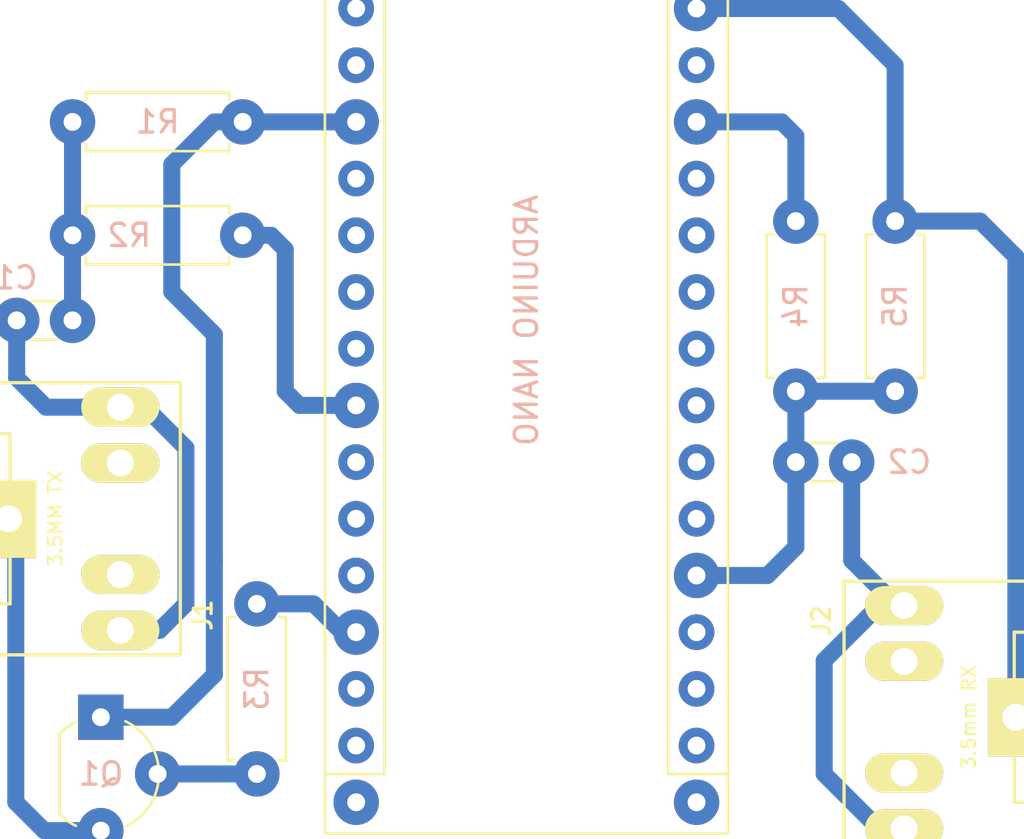
<source format=kicad_pcb>
(kicad_pcb (version 4) (host pcbnew 4.0.6)

  (general
    (links 18)
    (no_connects 0)
    (area 126.851999 101.124999 196.261794 147.795001)
    (thickness 1.6)
    (drawings 1)
    (tracks 55)
    (zones 0)
    (modules 11)
    (nets 40)
  )

  (page USLetter)
  (layers
    (0 F.Cu signal hide)
    (31 B.Cu signal)
    (32 B.Adhes user hide)
    (33 F.Adhes user hide)
    (34 B.Paste user hide)
    (35 F.Paste user hide)
    (36 B.SilkS user hide)
    (37 F.SilkS user)
    (38 B.Mask user hide)
    (39 F.Mask user hide)
    (40 Dwgs.User user hide)
    (41 Cmts.User user hide)
    (42 Eco1.User user hide)
    (43 Eco2.User user hide)
    (44 Edge.Cuts user hide)
    (45 Margin user hide)
    (46 B.CrtYd user hide)
    (47 F.CrtYd user hide)
    (48 B.Fab user)
    (49 F.Fab user)
  )

  (setup
    (last_trace_width 0.762)
    (trace_clearance 0.2)
    (zone_clearance 0.508)
    (zone_45_only no)
    (trace_min 0.2)
    (segment_width 0.2)
    (edge_width 0.15)
    (via_size 0.6)
    (via_drill 0.4)
    (via_min_size 0.4)
    (via_min_drill 0.3)
    (uvia_size 0.3)
    (uvia_drill 0.1)
    (uvias_allowed no)
    (uvia_min_size 0.2)
    (uvia_min_drill 0.1)
    (pcb_text_width 0.3)
    (pcb_text_size 1.5 1.5)
    (mod_edge_width 0.15)
    (mod_text_size 1 1)
    (mod_text_width 0.15)
    (pad_size 1.6 1.6)
    (pad_drill 0.8)
    (pad_to_mask_clearance 0.2)
    (aux_axis_origin 0 0)
    (visible_elements FFFEFF7F)
    (pcbplotparams
      (layerselection 0x00030_80000001)
      (usegerberextensions false)
      (excludeedgelayer true)
      (linewidth 0.100000)
      (plotframeref false)
      (viasonmask false)
      (mode 1)
      (useauxorigin false)
      (hpglpennumber 1)
      (hpglpenspeed 20)
      (hpglpendiameter 15)
      (hpglpenoverlay 2)
      (psnegative false)
      (psa4output false)
      (plotreference true)
      (plotvalue true)
      (plotinvisibletext false)
      (padsonsilk false)
      (subtractmaskfromsilk false)
      (outputformat 1)
      (mirror false)
      (drillshape 1)
      (scaleselection 1)
      (outputdirectory ""))
  )

  (net 0 "")
  (net 1 "Net-(ARDUINO1-Pad1)")
  (net 2 "Net-(ARDUINO1-Pad17)")
  (net 3 "Net-(ARDUINO1-Pad2)")
  (net 4 "Net-(ARDUINO1-Pad18)")
  (net 5 "Net-(ARDUINO1-Pad3)")
  (net 6 "Net-(ARDUINO1-Pad19)")
  (net 7 "Net-(ARDUINO1-Pad20)")
  (net 8 "Net-(ARDUINO1-Pad5)")
  (net 9 "Net-(ARDUINO1-Pad21)")
  (net 10 "Net-(ARDUINO1-Pad6)")
  (net 11 "Net-(ARDUINO1-Pad22)")
  (net 12 "Net-(ARDUINO1-Pad7)")
  (net 13 "Net-(ARDUINO1-Pad23)")
  (net 14 "Net-(ARDUINO1-Pad8)")
  (net 15 "Net-(ARDUINO1-Pad24)")
  (net 16 "Net-(ARDUINO1-Pad9)")
  (net 17 "Net-(ARDUINO1-Pad25)")
  (net 18 "Net-(ARDUINO1-Pad10)")
  (net 19 "Net-(ARDUINO1-Pad26)")
  (net 20 "Net-(ARDUINO1-Pad11)")
  (net 21 "Net-(ARDUINO1-Pad27)")
  (net 22 "Net-(ARDUINO1-Pad12)")
  (net 23 "Net-(ARDUINO1-Pad28)")
  (net 24 "Net-(ARDUINO1-Pad13)")
  (net 25 "Net-(ARDUINO1-Pad14)")
  (net 26 "Net-(ARDUINO1-Pad30)")
  (net 27 "Net-(ARDUINO1-Pad15)")
  (net 28 "Net-(ARDUINO1-Pad16)")
  (net 29 "Net-(C1-Pad1)")
  (net 30 "Net-(C1-Pad2)")
  (net 31 "Net-(C2-Pad2)")
  (net 32 "Net-(J1-Pad1)")
  (net 33 "Net-(J1-Pad4)")
  (net 34 "Net-(J1-Pad5)")
  (net 35 "Net-(J2-Pad4)")
  (net 36 "Net-(J2-Pad5)")
  (net 37 "Net-(Q1-Pad2)")
  (net 38 "Net-(ARDUINO1-Pad4)")
  (net 39 "Net-(ARDUINO1-Pad29)")

  (net_class Default "This is the default net class."
    (clearance 0.2)
    (trace_width 0.762)
    (via_dia 0.6)
    (via_drill 0.4)
    (uvia_dia 0.3)
    (uvia_drill 0.1)
    (add_net "Net-(ARDUINO1-Pad1)")
    (add_net "Net-(ARDUINO1-Pad10)")
    (add_net "Net-(ARDUINO1-Pad11)")
    (add_net "Net-(ARDUINO1-Pad12)")
    (add_net "Net-(ARDUINO1-Pad13)")
    (add_net "Net-(ARDUINO1-Pad14)")
    (add_net "Net-(ARDUINO1-Pad15)")
    (add_net "Net-(ARDUINO1-Pad16)")
    (add_net "Net-(ARDUINO1-Pad17)")
    (add_net "Net-(ARDUINO1-Pad18)")
    (add_net "Net-(ARDUINO1-Pad19)")
    (add_net "Net-(ARDUINO1-Pad2)")
    (add_net "Net-(ARDUINO1-Pad20)")
    (add_net "Net-(ARDUINO1-Pad21)")
    (add_net "Net-(ARDUINO1-Pad22)")
    (add_net "Net-(ARDUINO1-Pad23)")
    (add_net "Net-(ARDUINO1-Pad24)")
    (add_net "Net-(ARDUINO1-Pad25)")
    (add_net "Net-(ARDUINO1-Pad26)")
    (add_net "Net-(ARDUINO1-Pad27)")
    (add_net "Net-(ARDUINO1-Pad28)")
    (add_net "Net-(ARDUINO1-Pad29)")
    (add_net "Net-(ARDUINO1-Pad3)")
    (add_net "Net-(ARDUINO1-Pad30)")
    (add_net "Net-(ARDUINO1-Pad4)")
    (add_net "Net-(ARDUINO1-Pad5)")
    (add_net "Net-(ARDUINO1-Pad6)")
    (add_net "Net-(ARDUINO1-Pad7)")
    (add_net "Net-(ARDUINO1-Pad8)")
    (add_net "Net-(ARDUINO1-Pad9)")
    (add_net "Net-(C1-Pad1)")
    (add_net "Net-(C1-Pad2)")
    (add_net "Net-(C2-Pad2)")
    (add_net "Net-(J1-Pad1)")
    (add_net "Net-(J1-Pad4)")
    (add_net "Net-(J1-Pad5)")
    (add_net "Net-(J2-Pad4)")
    (add_net "Net-(J2-Pad5)")
    (add_net "Net-(Q1-Pad2)")
  )

  (module Modules:Arduino_Nano_WithMountingHoles (layer F.Cu) (tedit 59E9538A) (tstamp 59DFCBA9)
    (at 149.225 105.41)
    (descr "Arduino Nano, http://www.mouser.com/pdfdocs/Gravitech_Arduino_Nano3_0.pdf")
    (tags "Arduino Nano")
    (path /59DECB51)
    (fp_text reference "ARDUINO NANO" (at 7.62 16.51 90) (layer B.SilkS)
      (effects (font (size 1 1) (thickness 0.15)) (justify mirror))
    )
    (fp_text value ARDUINO_NANO (at 8.89 15.24 90) (layer F.Fab)
      (effects (font (size 1 1) (thickness 0.15)))
    )
    (fp_text user %R (at 6.35 16.51 90) (layer F.Fab)
      (effects (font (size 1 1) (thickness 0.15)))
    )
    (fp_line (start 1.27 1.27) (end 1.27 -1.27) (layer F.SilkS) (width 0.12))
    (fp_line (start 1.27 -1.27) (end -1.4 -1.27) (layer F.SilkS) (width 0.12))
    (fp_line (start -1.4 1.27) (end -1.4 39.5) (layer F.SilkS) (width 0.12))
    (fp_line (start -1.4 -3.94) (end -1.4 -1.27) (layer F.SilkS) (width 0.12))
    (fp_line (start 13.97 -1.27) (end 16.64 -1.27) (layer F.SilkS) (width 0.12))
    (fp_line (start 13.97 -1.27) (end 13.97 36.83) (layer F.SilkS) (width 0.12))
    (fp_line (start 13.97 36.83) (end 16.64 36.83) (layer F.SilkS) (width 0.12))
    (fp_line (start 1.27 1.27) (end -1.4 1.27) (layer F.SilkS) (width 0.12))
    (fp_line (start 1.27 1.27) (end 1.27 36.83) (layer F.SilkS) (width 0.12))
    (fp_line (start 1.27 36.83) (end -1.4 36.83) (layer F.SilkS) (width 0.12))
    (fp_line (start 3.81 31.75) (end 11.43 31.75) (layer F.Fab) (width 0.1))
    (fp_line (start 11.43 31.75) (end 11.43 41.91) (layer F.Fab) (width 0.1))
    (fp_line (start 11.43 41.91) (end 3.81 41.91) (layer F.Fab) (width 0.1))
    (fp_line (start 3.81 41.91) (end 3.81 31.75) (layer F.Fab) (width 0.1))
    (fp_line (start -1.4 39.5) (end 16.64 39.5) (layer F.SilkS) (width 0.12))
    (fp_line (start 16.64 39.5) (end 16.64 -3.94) (layer F.SilkS) (width 0.12))
    (fp_line (start 16.64 -3.94) (end -1.4 -3.94) (layer F.SilkS) (width 0.12))
    (fp_line (start 16.51 39.37) (end -1.27 39.37) (layer F.Fab) (width 0.1))
    (fp_line (start -1.27 39.37) (end -1.27 -2.54) (layer F.Fab) (width 0.1))
    (fp_line (start -1.27 -2.54) (end 0 -3.81) (layer F.Fab) (width 0.1))
    (fp_line (start 0 -3.81) (end 16.51 -3.81) (layer F.Fab) (width 0.1))
    (fp_line (start 16.51 -3.81) (end 16.51 39.37) (layer F.Fab) (width 0.1))
    (fp_line (start -1.53 -4.06) (end 16.75 -4.06) (layer F.CrtYd) (width 0.05))
    (fp_line (start -1.53 -4.06) (end -1.53 42.16) (layer F.CrtYd) (width 0.05))
    (fp_line (start 16.75 42.16) (end 16.75 -4.06) (layer F.CrtYd) (width 0.05))
    (fp_line (start 16.75 42.16) (end -1.53 42.16) (layer F.CrtYd) (width 0.05))
    (pad 1 thru_hole rect (at 0 0) (size 1.6 1.6) (drill 0.8) (layers *.Cu *.Mask)
      (net 1 "Net-(ARDUINO1-Pad1)"))
    (pad 17 thru_hole oval (at 15.24 33.02) (size 1.6 1.6) (drill 0.8) (layers *.Cu *.Mask)
      (net 2 "Net-(ARDUINO1-Pad17)"))
    (pad 2 thru_hole oval (at 0 2.54) (size 1.6 1.6) (drill 0.8) (layers *.Cu *.Mask)
      (net 3 "Net-(ARDUINO1-Pad2)"))
    (pad 18 thru_hole oval (at 15.24 30.48) (size 1.6 1.6) (drill 0.8) (layers *.Cu *.Mask)
      (net 4 "Net-(ARDUINO1-Pad18)"))
    (pad 3 thru_hole oval (at 0 5.08) (size 1.6 1.6) (drill 0.8) (layers *.Cu *.Mask)
      (net 5 "Net-(ARDUINO1-Pad3)"))
    (pad 19 thru_hole circle (at 15.24 27.94) (size 2.032 2.032) (drill 0.8) (layers *.Cu *.Mask)
      (net 6 "Net-(ARDUINO1-Pad19)"))
    (pad 4 thru_hole circle (at 0 7.62) (size 2.032 2.032) (drill 0.8) (layers *.Cu *.Mask)
      (net 38 "Net-(ARDUINO1-Pad4)"))
    (pad 20 thru_hole oval (at 15.24 25.4) (size 1.6 1.6) (drill 0.8) (layers *.Cu *.Mask)
      (net 7 "Net-(ARDUINO1-Pad20)"))
    (pad 5 thru_hole oval (at 0 10.16) (size 1.6 1.6) (drill 0.8) (layers *.Cu *.Mask)
      (net 8 "Net-(ARDUINO1-Pad5)"))
    (pad 21 thru_hole oval (at 15.24 22.86) (size 1.6 1.6) (drill 0.8) (layers *.Cu *.Mask)
      (net 9 "Net-(ARDUINO1-Pad21)"))
    (pad 6 thru_hole oval (at 0 12.7) (size 1.6 1.6) (drill 0.8) (layers *.Cu *.Mask)
      (net 10 "Net-(ARDUINO1-Pad6)"))
    (pad 22 thru_hole oval (at 15.24 20.32) (size 1.6 1.6) (drill 0.8) (layers *.Cu *.Mask)
      (net 11 "Net-(ARDUINO1-Pad22)"))
    (pad 7 thru_hole oval (at 0 15.24) (size 1.6 1.6) (drill 0.8) (layers *.Cu *.Mask)
      (net 12 "Net-(ARDUINO1-Pad7)"))
    (pad 23 thru_hole oval (at 15.24 17.78) (size 1.6 1.6) (drill 0.8) (layers *.Cu *.Mask)
      (net 13 "Net-(ARDUINO1-Pad23)"))
    (pad 8 thru_hole oval (at 0 17.78) (size 1.6 1.6) (drill 0.8) (layers *.Cu *.Mask)
      (net 14 "Net-(ARDUINO1-Pad8)"))
    (pad 24 thru_hole oval (at 15.24 15.24) (size 1.6 1.6) (drill 0.8) (layers *.Cu *.Mask)
      (net 15 "Net-(ARDUINO1-Pad24)"))
    (pad 9 thru_hole circle (at 0 20.32) (size 2.032 2.032) (drill 0.8) (layers *.Cu *.Mask)
      (net 16 "Net-(ARDUINO1-Pad9)"))
    (pad 25 thru_hole oval (at 15.24 12.7) (size 1.6 1.6) (drill 0.8) (layers *.Cu *.Mask)
      (net 17 "Net-(ARDUINO1-Pad25)"))
    (pad 10 thru_hole oval (at 0 22.86) (size 1.6 1.6) (drill 0.8) (layers *.Cu *.Mask)
      (net 18 "Net-(ARDUINO1-Pad10)"))
    (pad 26 thru_hole oval (at 15.24 10.16) (size 1.6 1.6) (drill 0.8) (layers *.Cu *.Mask)
      (net 19 "Net-(ARDUINO1-Pad26)"))
    (pad 11 thru_hole oval (at 0 25.4) (size 1.6 1.6) (drill 0.8) (layers *.Cu *.Mask)
      (net 20 "Net-(ARDUINO1-Pad11)"))
    (pad 27 thru_hole circle (at 15.24 7.62) (size 2.032 2.032) (drill 0.8) (layers *.Cu *.Mask)
      (net 21 "Net-(ARDUINO1-Pad27)"))
    (pad 12 thru_hole oval (at 0 27.94) (size 1.6 1.6) (drill 0.8) (layers *.Cu *.Mask)
      (net 22 "Net-(ARDUINO1-Pad12)"))
    (pad 28 thru_hole oval (at 15.24 5.08) (size 1.6 1.6) (drill 0.8) (layers *.Cu *.Mask)
      (net 23 "Net-(ARDUINO1-Pad28)"))
    (pad 13 thru_hole circle (at 0 30.48) (size 2.032 2.032) (drill 0.8) (layers *.Cu *.Mask)
      (net 24 "Net-(ARDUINO1-Pad13)"))
    (pad 29 thru_hole circle (at 15.24 2.54) (size 2.032 2.032) (drill 0.8) (layers *.Cu *.Mask)
      (net 39 "Net-(ARDUINO1-Pad29)"))
    (pad 14 thru_hole oval (at 0 33.02) (size 1.6 1.6) (drill 0.8) (layers *.Cu *.Mask)
      (net 25 "Net-(ARDUINO1-Pad14)"))
    (pad 30 thru_hole oval (at 15.24 0) (size 1.6 1.6) (drill 0.8) (layers *.Cu *.Mask)
      (net 26 "Net-(ARDUINO1-Pad30)"))
    (pad 15 thru_hole oval (at 0 35.56) (size 1.6 1.6) (drill 0.8) (layers *.Cu *.Mask)
      (net 27 "Net-(ARDUINO1-Pad15)"))
    (pad 16 thru_hole oval (at 15.24 35.56) (size 1.6 1.6) (drill 0.8) (layers *.Cu *.Mask)
      (net 28 "Net-(ARDUINO1-Pad16)"))
    (pad "" thru_hole circle (at 0 -2.54) (size 2.032 2.032) (drill 0.8) (layers *.Cu *.Mask))
    (pad "" thru_hole circle (at 15.24 -2.54) (size 2.032 2.032) (drill 0.8) (layers *.Cu *.Mask))
    (pad "" thru_hole circle (at 15.24 38.1) (size 2.032 2.032) (drill 0.8) (layers *.Cu *.Mask))
    (pad "" thru_hole circle (at 0 38.1) (size 2.032 2.032) (drill 0.8) (layers *.Cu *.Mask))
  )

  (module Capacitors_THT:C_Disc_D3.0mm_W1.6mm_P2.50mm (layer F.Cu) (tedit 59E91A55) (tstamp 59DFCBAF)
    (at 136.525 121.92 180)
    (descr "C, Disc series, Radial, pin pitch=2.50mm, , diameter*width=3.0*1.6mm^2, Capacitor, http://www.vishay.com/docs/45233/krseries.pdf")
    (tags "C Disc series Radial pin pitch 2.50mm  diameter 3.0mm width 1.6mm Capacitor")
    (path /59DEDD35)
    (fp_text reference C1 (at 2.54 1.905 180) (layer B.SilkS)
      (effects (font (size 1 1) (thickness 0.15)) (justify mirror))
    )
    (fp_text value 0.1uF (at 1.25 2.11 180) (layer F.Fab)
      (effects (font (size 1 1) (thickness 0.15)))
    )
    (fp_line (start -0.25 -0.8) (end -0.25 0.8) (layer F.Fab) (width 0.1))
    (fp_line (start -0.25 0.8) (end 2.75 0.8) (layer F.Fab) (width 0.1))
    (fp_line (start 2.75 0.8) (end 2.75 -0.8) (layer F.Fab) (width 0.1))
    (fp_line (start 2.75 -0.8) (end -0.25 -0.8) (layer F.Fab) (width 0.1))
    (fp_line (start 0.663 -0.861) (end 1.837 -0.861) (layer F.SilkS) (width 0.12))
    (fp_line (start 0.663 0.861) (end 1.837 0.861) (layer F.SilkS) (width 0.12))
    (fp_line (start -1.05 -1.15) (end -1.05 1.15) (layer F.CrtYd) (width 0.05))
    (fp_line (start -1.05 1.15) (end 3.55 1.15) (layer F.CrtYd) (width 0.05))
    (fp_line (start 3.55 1.15) (end 3.55 -1.15) (layer F.CrtYd) (width 0.05))
    (fp_line (start 3.55 -1.15) (end -1.05 -1.15) (layer F.CrtYd) (width 0.05))
    (fp_text user %R (at 1.25 0 180) (layer F.Fab)
      (effects (font (size 1 1) (thickness 0.15)))
    )
    (pad 1 thru_hole circle (at 0 0 180) (size 2.032 2.032) (drill 0.8) (layers *.Cu *.Mask)
      (net 29 "Net-(C1-Pad1)"))
    (pad 2 thru_hole circle (at 2.5 0 180) (size 2.032 2.032) (drill 0.8) (layers *.Cu *.Mask)
      (net 30 "Net-(C1-Pad2)"))
    (model ${KISYS3DMOD}/Capacitors_THT.3dshapes/C_Disc_D3.0mm_W1.6mm_P2.50mm.wrl
      (at (xyz 0 0 0))
      (scale (xyz 1 1 1))
      (rotate (xyz 0 0 0))
    )
  )

  (module Capacitors_THT:C_Disc_D3.0mm_W1.6mm_P2.50mm (layer F.Cu) (tedit 59E953BE) (tstamp 59DFCBB5)
    (at 168.91 128.27)
    (descr "C, Disc series, Radial, pin pitch=2.50mm, , diameter*width=3.0*1.6mm^2, Capacitor, http://www.vishay.com/docs/45233/krseries.pdf")
    (tags "C Disc series Radial pin pitch 2.50mm  diameter 3.0mm width 1.6mm Capacitor")
    (path /59DEDF2F)
    (fp_text reference C2 (at 5.08 0) (layer B.SilkS)
      (effects (font (size 1 1) (thickness 0.15)) (justify mirror))
    )
    (fp_text value 0.01uF (at 1.25 2.11) (layer F.Fab)
      (effects (font (size 1 1) (thickness 0.15)))
    )
    (fp_line (start -0.25 -0.8) (end -0.25 0.8) (layer F.Fab) (width 0.1))
    (fp_line (start -0.25 0.8) (end 2.75 0.8) (layer F.Fab) (width 0.1))
    (fp_line (start 2.75 0.8) (end 2.75 -0.8) (layer F.Fab) (width 0.1))
    (fp_line (start 2.75 -0.8) (end -0.25 -0.8) (layer F.Fab) (width 0.1))
    (fp_line (start 0.663 -0.861) (end 1.837 -0.861) (layer F.SilkS) (width 0.12))
    (fp_line (start 0.663 0.861) (end 1.837 0.861) (layer F.SilkS) (width 0.12))
    (fp_line (start -1.05 -1.15) (end -1.05 1.15) (layer F.CrtYd) (width 0.05))
    (fp_line (start -1.05 1.15) (end 3.55 1.15) (layer F.CrtYd) (width 0.05))
    (fp_line (start 3.55 1.15) (end 3.55 -1.15) (layer F.CrtYd) (width 0.05))
    (fp_line (start 3.55 -1.15) (end -1.05 -1.15) (layer F.CrtYd) (width 0.05))
    (fp_text user %R (at 1.25 0) (layer F.Fab)
      (effects (font (size 1 1) (thickness 0.15)))
    )
    (pad 1 thru_hole circle (at 0 0) (size 2.032 2.032) (drill 0.8) (layers *.Cu *.Mask)
      (net 6 "Net-(ARDUINO1-Pad19)"))
    (pad 2 thru_hole circle (at 2.5 0) (size 2.032 2.032) (drill 0.8) (layers *.Cu *.Mask)
      (net 31 "Net-(C2-Pad2)"))
    (model ${KISYS3DMOD}/Capacitors_THT.3dshapes/C_Disc_D3.0mm_W1.6mm_P2.50mm.wrl
      (at (xyz 0 0 0))
      (scale (xyz 1 1 1))
      (rotate (xyz 0 0 0))
    )
  )

  (module Arduino_TNC:Tayda_3.5mm_stereo_TRS_jack_A-853 (layer F.Cu) (tedit 56D1364A) (tstamp 59DFCBBE)
    (at 135.255 130.81 90)
    (path /59DED18B)
    (fp_text reference J1 (at -4.318 7.112 90) (layer F.SilkS)
      (effects (font (size 0.8 0.8) (thickness 0.15)))
    )
    (fp_text value "3.5MM TX" (at 0 0.508 90) (layer F.SilkS)
      (effects (font (size 0.6 0.6) (thickness 0.1)))
    )
    (fp_line (start -1.778 -1.524) (end -3.81 -1.524) (layer F.SilkS) (width 0.15))
    (fp_line (start -3.81 -1.524) (end -3.81 -5.08) (layer F.SilkS) (width 0.15))
    (fp_line (start -3.81 -5.08) (end 3.81 -5.08) (layer F.SilkS) (width 0.15))
    (fp_line (start 3.81 -5.08) (end 3.81 -1.524) (layer F.SilkS) (width 0.15))
    (fp_line (start 3.81 -1.524) (end 1.778 -1.524) (layer F.SilkS) (width 0.15))
    (fp_line (start -5.08 -6.096) (end -6.096 -6.096) (layer F.SilkS) (width 0.15))
    (fp_line (start 6.096 -6.096) (end 5.08 -6.096) (layer F.SilkS) (width 0.15))
    (fp_line (start -2.54 -8.128) (end -2.54 -6.604) (layer F.SilkS) (width 0.15))
    (fp_line (start 2.54 -6.604) (end 2.54 -8.128) (layer F.SilkS) (width 0.15))
    (fp_line (start -2.54 -7.366) (end 2.54 -7.366) (layer F.SilkS) (width 0.15))
    (fp_line (start -5.08 -6.096) (end -5.08 -6.35) (layer F.SilkS) (width 0.15))
    (fp_line (start -5.08 -6.35) (end -5.08 -6.604) (layer F.SilkS) (width 0.15))
    (fp_line (start -5.08 -6.604) (end 5.08 -6.604) (layer F.SilkS) (width 0.15))
    (fp_line (start 5.08 -6.604) (end 5.08 -6.096) (layer F.SilkS) (width 0.15))
    (fp_line (start -2.54 -8.128) (end 2.54 -8.128) (layer F.SilkS) (width 0.15))
    (fp_line (start -6.096 6.096) (end -6.096 -6.096) (layer F.SilkS) (width 0.15))
    (fp_line (start 6.096 -6.096) (end 6.096 6.096) (layer F.SilkS) (width 0.15))
    (fp_line (start 6.096 6.096) (end -6.096 6.096) (layer F.SilkS) (width 0.15))
    (pad 1 thru_hole rect (at 0 -1.596 90) (size 3.5 2.5) (drill 1.2) (layers *.Cu *.Mask F.SilkS)
      (net 32 "Net-(J1-Pad1)"))
    (pad 2 thru_hole oval (at 5 3.41 90) (size 1.75 3.5) (drill 1.2) (layers *.Cu *.Mask F.SilkS)
      (net 30 "Net-(C1-Pad2)"))
    (pad 3 thru_hole oval (at -5 3.41 90) (size 1.75 3.5) (drill 1.2) (layers *.Cu *.Mask F.SilkS)
      (net 30 "Net-(C1-Pad2)"))
    (pad 4 thru_hole oval (at 2.5 3.41 90) (size 1.75 3.5) (drill 1.2) (layers *.Cu *.Mask F.SilkS)
      (net 33 "Net-(J1-Pad4)"))
    (pad 5 thru_hole oval (at -2.5 3.41 90) (size 1.75 3.5) (drill 1.2) (layers *.Cu *.Mask F.SilkS)
      (net 34 "Net-(J1-Pad5)"))
  )

  (module Arduino_TNC:Tayda_3.5mm_stereo_TRS_jack_A-853 (layer F.Cu) (tedit 56D1364A) (tstamp 59DFCBC7)
    (at 177.165 139.7 270)
    (path /59DEDF73)
    (fp_text reference J2 (at -4.318 7.112 270) (layer F.SilkS)
      (effects (font (size 0.8 0.8) (thickness 0.15)))
    )
    (fp_text value "3.5mm RX" (at 0 0.508 270) (layer F.SilkS)
      (effects (font (size 0.6 0.6) (thickness 0.1)))
    )
    (fp_line (start -1.778 -1.524) (end -3.81 -1.524) (layer F.SilkS) (width 0.15))
    (fp_line (start -3.81 -1.524) (end -3.81 -5.08) (layer F.SilkS) (width 0.15))
    (fp_line (start -3.81 -5.08) (end 3.81 -5.08) (layer F.SilkS) (width 0.15))
    (fp_line (start 3.81 -5.08) (end 3.81 -1.524) (layer F.SilkS) (width 0.15))
    (fp_line (start 3.81 -1.524) (end 1.778 -1.524) (layer F.SilkS) (width 0.15))
    (fp_line (start -5.08 -6.096) (end -6.096 -6.096) (layer F.SilkS) (width 0.15))
    (fp_line (start 6.096 -6.096) (end 5.08 -6.096) (layer F.SilkS) (width 0.15))
    (fp_line (start -2.54 -8.128) (end -2.54 -6.604) (layer F.SilkS) (width 0.15))
    (fp_line (start 2.54 -6.604) (end 2.54 -8.128) (layer F.SilkS) (width 0.15))
    (fp_line (start -2.54 -7.366) (end 2.54 -7.366) (layer F.SilkS) (width 0.15))
    (fp_line (start -5.08 -6.096) (end -5.08 -6.35) (layer F.SilkS) (width 0.15))
    (fp_line (start -5.08 -6.35) (end -5.08 -6.604) (layer F.SilkS) (width 0.15))
    (fp_line (start -5.08 -6.604) (end 5.08 -6.604) (layer F.SilkS) (width 0.15))
    (fp_line (start 5.08 -6.604) (end 5.08 -6.096) (layer F.SilkS) (width 0.15))
    (fp_line (start -2.54 -8.128) (end 2.54 -8.128) (layer F.SilkS) (width 0.15))
    (fp_line (start -6.096 6.096) (end -6.096 -6.096) (layer F.SilkS) (width 0.15))
    (fp_line (start 6.096 -6.096) (end 6.096 6.096) (layer F.SilkS) (width 0.15))
    (fp_line (start 6.096 6.096) (end -6.096 6.096) (layer F.SilkS) (width 0.15))
    (pad 1 thru_hole rect (at 0 -1.596 270) (size 3.5 2.5) (drill 1.2) (layers *.Cu *.Mask F.SilkS)
      (net 39 "Net-(ARDUINO1-Pad29)"))
    (pad 2 thru_hole oval (at 5 3.41 270) (size 1.75 3.5) (drill 1.2) (layers *.Cu *.Mask F.SilkS)
      (net 31 "Net-(C2-Pad2)"))
    (pad 3 thru_hole oval (at -5 3.41 270) (size 1.75 3.5) (drill 1.2) (layers *.Cu *.Mask F.SilkS)
      (net 31 "Net-(C2-Pad2)"))
    (pad 4 thru_hole oval (at 2.5 3.41 270) (size 1.75 3.5) (drill 1.2) (layers *.Cu *.Mask F.SilkS)
      (net 35 "Net-(J2-Pad4)"))
    (pad 5 thru_hole oval (at -2.5 3.41 270) (size 1.75 3.5) (drill 1.2) (layers *.Cu *.Mask F.SilkS)
      (net 36 "Net-(J2-Pad5)"))
  )

  (module TO_SOT_Packages_THT:TO-92_Molded_Wide (layer F.Cu) (tedit 59E91A90) (tstamp 59DFCBCE)
    (at 137.795 139.7 270)
    (descr "TO-92 leads molded, wide, drill 0.8mm (see NXP sot054_po.pdf)")
    (tags "to-92 sc-43 sc-43a sot54 PA33 transistor")
    (path /59DECEB3)
    (fp_text reference Q1 (at 2.54 0 360) (layer B.SilkS)
      (effects (font (size 1 1) (thickness 0.15)) (justify mirror))
    )
    (fp_text value 2N2222 (at 2.54 2.79 270) (layer F.Fab)
      (effects (font (size 1 1) (thickness 0.15)))
    )
    (fp_text user %R (at 2.54 -4.19 450) (layer F.Fab)
      (effects (font (size 1 1) (thickness 0.15)))
    )
    (fp_line (start 0.74 1.85) (end 4.34 1.85) (layer F.SilkS) (width 0.12))
    (fp_line (start 0.8 1.75) (end 4.3 1.75) (layer F.Fab) (width 0.1))
    (fp_line (start -1.01 -3.55) (end 6.09 -3.55) (layer F.CrtYd) (width 0.05))
    (fp_line (start -1.01 -3.55) (end -1.01 2.01) (layer F.CrtYd) (width 0.05))
    (fp_line (start 6.09 2.01) (end 6.09 -3.55) (layer F.CrtYd) (width 0.05))
    (fp_line (start 6.09 2.01) (end -1.01 2.01) (layer F.CrtYd) (width 0.05))
    (fp_arc (start 2.54 0) (end 0.74 1.85) (angle 20) (layer F.SilkS) (width 0.12))
    (fp_arc (start 2.54 0) (end 2.54 -2.6) (angle -65) (layer F.SilkS) (width 0.12))
    (fp_arc (start 2.54 0) (end 2.54 -2.6) (angle 65) (layer F.SilkS) (width 0.12))
    (fp_arc (start 2.54 0) (end 2.54 -2.48) (angle 135) (layer F.Fab) (width 0.1))
    (fp_arc (start 2.54 0) (end 2.54 -2.48) (angle -135) (layer F.Fab) (width 0.1))
    (fp_arc (start 2.54 0) (end 4.34 1.85) (angle -20) (layer F.SilkS) (width 0.12))
    (pad 2 thru_hole circle (at 2.54 -2.54 270) (size 2.032 2.032) (drill 0.8) (layers *.Cu *.Mask)
      (net 37 "Net-(Q1-Pad2)"))
    (pad 3 thru_hole circle (at 5.08 0 270) (size 2.032 2.032) (drill 0.8) (layers *.Cu *.Mask)
      (net 32 "Net-(J1-Pad1)"))
    (pad 1 thru_hole rect (at 0 0) (size 2.032 2.032) (drill 0.8) (layers *.Cu *.Mask)
      (net 38 "Net-(ARDUINO1-Pad4)"))
    (model ${KISYS3DMOD}/TO_SOT_Packages_THT.3dshapes/TO-92_Molded_Wide.wrl
      (at (xyz 0.1 0 0))
      (scale (xyz 1 1 1))
      (rotate (xyz 0 0 -90))
    )
  )

  (module Resistors_THT:R_Axial_DIN0207_L6.3mm_D2.5mm_P7.62mm_Horizontal (layer F.Cu) (tedit 59E8FCAE) (tstamp 59DFCBD4)
    (at 144.145 113.03 180)
    (descr "Resistor, Axial_DIN0207 series, Axial, Horizontal, pin pitch=7.62mm, 0.25W = 1/4W, length*diameter=6.3*2.5mm^2, http://cdn-reichelt.de/documents/datenblatt/B400/1_4W%23YAG.pdf")
    (tags "Resistor Axial_DIN0207 series Axial Horizontal pin pitch 7.62mm 0.25W = 1/4W length 6.3mm diameter 2.5mm")
    (path /59DEDAA9)
    (fp_text reference R1 (at 3.81 0 180) (layer B.SilkS)
      (effects (font (size 1 1) (thickness 0.15)) (justify mirror))
    )
    (fp_text value 100K (at 3.81 2.31 180) (layer F.Fab)
      (effects (font (size 1 1) (thickness 0.15)))
    )
    (fp_line (start 0.66 -1.25) (end 0.66 1.25) (layer F.Fab) (width 0.1))
    (fp_line (start 0.66 1.25) (end 6.96 1.25) (layer F.Fab) (width 0.1))
    (fp_line (start 6.96 1.25) (end 6.96 -1.25) (layer F.Fab) (width 0.1))
    (fp_line (start 6.96 -1.25) (end 0.66 -1.25) (layer F.Fab) (width 0.1))
    (fp_line (start 0 0) (end 0.66 0) (layer F.Fab) (width 0.1))
    (fp_line (start 7.62 0) (end 6.96 0) (layer F.Fab) (width 0.1))
    (fp_line (start 0.6 -0.98) (end 0.6 -1.31) (layer F.SilkS) (width 0.12))
    (fp_line (start 0.6 -1.31) (end 7.02 -1.31) (layer F.SilkS) (width 0.12))
    (fp_line (start 7.02 -1.31) (end 7.02 -0.98) (layer F.SilkS) (width 0.12))
    (fp_line (start 0.6 0.98) (end 0.6 1.31) (layer F.SilkS) (width 0.12))
    (fp_line (start 0.6 1.31) (end 7.02 1.31) (layer F.SilkS) (width 0.12))
    (fp_line (start 7.02 1.31) (end 7.02 0.98) (layer F.SilkS) (width 0.12))
    (fp_line (start -1.05 -1.6) (end -1.05 1.6) (layer F.CrtYd) (width 0.05))
    (fp_line (start -1.05 1.6) (end 8.7 1.6) (layer F.CrtYd) (width 0.05))
    (fp_line (start 8.7 1.6) (end 8.7 -1.6) (layer F.CrtYd) (width 0.05))
    (fp_line (start 8.7 -1.6) (end -1.05 -1.6) (layer F.CrtYd) (width 0.05))
    (pad 1 thru_hole circle (at 0 0 180) (size 2.032 2.032) (drill 0.8) (layers *.Cu *.Mask)
      (net 38 "Net-(ARDUINO1-Pad4)"))
    (pad 2 thru_hole circle (at 7.62 0 180) (size 2.032 2.032) (drill 0.8) (layers *.Cu *.Mask)
      (net 29 "Net-(C1-Pad1)"))
    (model ${KISYS3DMOD}/Resistors_THT.3dshapes/R_Axial_DIN0207_L6.3mm_D2.5mm_P7.62mm_Horizontal.wrl
      (at (xyz 0 0 0))
      (scale (xyz 0.393701 0.393701 0.393701))
      (rotate (xyz 0 0 0))
    )
  )

  (module Resistors_THT:R_Axial_DIN0207_L6.3mm_D2.5mm_P7.62mm_Horizontal (layer F.Cu) (tedit 59E91A32) (tstamp 59DFCBDA)
    (at 144.145 118.11 180)
    (descr "Resistor, Axial_DIN0207 series, Axial, Horizontal, pin pitch=7.62mm, 0.25W = 1/4W, length*diameter=6.3*2.5mm^2, http://cdn-reichelt.de/documents/datenblatt/B400/1_4W%23YAG.pdf")
    (tags "Resistor Axial_DIN0207 series Axial Horizontal pin pitch 7.62mm 0.25W = 1/4W length 6.3mm diameter 2.5mm")
    (path /59DEDA5B)
    (fp_text reference R2 (at 5.08 0 180) (layer B.SilkS)
      (effects (font (size 1 1) (thickness 0.15)) (justify mirror))
    )
    (fp_text value 100K (at 3.81 2.31 180) (layer F.Fab)
      (effects (font (size 1 1) (thickness 0.15)))
    )
    (fp_line (start 0.66 -1.25) (end 0.66 1.25) (layer F.Fab) (width 0.1))
    (fp_line (start 0.66 1.25) (end 6.96 1.25) (layer F.Fab) (width 0.1))
    (fp_line (start 6.96 1.25) (end 6.96 -1.25) (layer F.Fab) (width 0.1))
    (fp_line (start 6.96 -1.25) (end 0.66 -1.25) (layer F.Fab) (width 0.1))
    (fp_line (start 0 0) (end 0.66 0) (layer F.Fab) (width 0.1))
    (fp_line (start 7.62 0) (end 6.96 0) (layer F.Fab) (width 0.1))
    (fp_line (start 0.6 -0.98) (end 0.6 -1.31) (layer F.SilkS) (width 0.12))
    (fp_line (start 0.6 -1.31) (end 7.02 -1.31) (layer F.SilkS) (width 0.12))
    (fp_line (start 7.02 -1.31) (end 7.02 -0.98) (layer F.SilkS) (width 0.12))
    (fp_line (start 0.6 0.98) (end 0.6 1.31) (layer F.SilkS) (width 0.12))
    (fp_line (start 0.6 1.31) (end 7.02 1.31) (layer F.SilkS) (width 0.12))
    (fp_line (start 7.02 1.31) (end 7.02 0.98) (layer F.SilkS) (width 0.12))
    (fp_line (start -1.05 -1.6) (end -1.05 1.6) (layer F.CrtYd) (width 0.05))
    (fp_line (start -1.05 1.6) (end 8.7 1.6) (layer F.CrtYd) (width 0.05))
    (fp_line (start 8.7 1.6) (end 8.7 -1.6) (layer F.CrtYd) (width 0.05))
    (fp_line (start 8.7 -1.6) (end -1.05 -1.6) (layer F.CrtYd) (width 0.05))
    (pad 1 thru_hole circle (at 0 0 180) (size 2.032 2.032) (drill 0.8) (layers *.Cu *.Mask)
      (net 16 "Net-(ARDUINO1-Pad9)"))
    (pad 2 thru_hole circle (at 7.62 0 180) (size 2.032 2.032) (drill 0.8) (layers *.Cu *.Mask)
      (net 29 "Net-(C1-Pad1)"))
    (model ${KISYS3DMOD}/Resistors_THT.3dshapes/R_Axial_DIN0207_L6.3mm_D2.5mm_P7.62mm_Horizontal.wrl
      (at (xyz 0 0 0))
      (scale (xyz 0.393701 0.393701 0.393701))
      (rotate (xyz 0 0 0))
    )
  )

  (module Resistors_THT:R_Axial_DIN0207_L6.3mm_D2.5mm_P7.62mm_Horizontal (layer F.Cu) (tedit 59E91A71) (tstamp 59DFCBE0)
    (at 144.78 134.62 270)
    (descr "Resistor, Axial_DIN0207 series, Axial, Horizontal, pin pitch=7.62mm, 0.25W = 1/4W, length*diameter=6.3*2.5mm^2, http://cdn-reichelt.de/documents/datenblatt/B400/1_4W%23YAG.pdf")
    (tags "Resistor Axial_DIN0207 series Axial Horizontal pin pitch 7.62mm 0.25W = 1/4W length 6.3mm diameter 2.5mm")
    (path /59DECC0C)
    (fp_text reference R3 (at 3.81 0 270) (layer B.SilkS)
      (effects (font (size 1 1) (thickness 0.15)) (justify mirror))
    )
    (fp_text value 1K (at 3.81 2.31 450) (layer F.Fab)
      (effects (font (size 1 1) (thickness 0.15)))
    )
    (fp_line (start 0.66 -1.25) (end 0.66 1.25) (layer F.Fab) (width 0.1))
    (fp_line (start 0.66 1.25) (end 6.96 1.25) (layer F.Fab) (width 0.1))
    (fp_line (start 6.96 1.25) (end 6.96 -1.25) (layer F.Fab) (width 0.1))
    (fp_line (start 6.96 -1.25) (end 0.66 -1.25) (layer F.Fab) (width 0.1))
    (fp_line (start 0 0) (end 0.66 0) (layer F.Fab) (width 0.1))
    (fp_line (start 7.62 0) (end 6.96 0) (layer F.Fab) (width 0.1))
    (fp_line (start 0.6 -0.98) (end 0.6 -1.31) (layer F.SilkS) (width 0.12))
    (fp_line (start 0.6 -1.31) (end 7.02 -1.31) (layer F.SilkS) (width 0.12))
    (fp_line (start 7.02 -1.31) (end 7.02 -0.98) (layer F.SilkS) (width 0.12))
    (fp_line (start 0.6 0.98) (end 0.6 1.31) (layer F.SilkS) (width 0.12))
    (fp_line (start 0.6 1.31) (end 7.02 1.31) (layer F.SilkS) (width 0.12))
    (fp_line (start 7.02 1.31) (end 7.02 0.98) (layer F.SilkS) (width 0.12))
    (fp_line (start -1.05 -1.6) (end -1.05 1.6) (layer F.CrtYd) (width 0.05))
    (fp_line (start -1.05 1.6) (end 8.7 1.6) (layer F.CrtYd) (width 0.05))
    (fp_line (start 8.7 1.6) (end 8.7 -1.6) (layer F.CrtYd) (width 0.05))
    (fp_line (start 8.7 -1.6) (end -1.05 -1.6) (layer F.CrtYd) (width 0.05))
    (pad 1 thru_hole circle (at 0 0 270) (size 2.032 2.032) (drill 0.8) (layers *.Cu *.Mask)
      (net 24 "Net-(ARDUINO1-Pad13)"))
    (pad 2 thru_hole circle (at 7.62 0 270) (size 2.032 2.032) (drill 0.8) (layers *.Cu *.Mask)
      (net 37 "Net-(Q1-Pad2)"))
    (model ${KISYS3DMOD}/Resistors_THT.3dshapes/R_Axial_DIN0207_L6.3mm_D2.5mm_P7.62mm_Horizontal.wrl
      (at (xyz 0 0 0))
      (scale (xyz 0.393701 0.393701 0.393701))
      (rotate (xyz 0 0 0))
    )
  )

  (module Resistors_THT:R_Axial_DIN0207_L6.3mm_D2.5mm_P7.62mm_Horizontal (layer F.Cu) (tedit 59E91AC1) (tstamp 59DFCBE6)
    (at 168.91 117.475 270)
    (descr "Resistor, Axial_DIN0207 series, Axial, Horizontal, pin pitch=7.62mm, 0.25W = 1/4W, length*diameter=6.3*2.5mm^2, http://cdn-reichelt.de/documents/datenblatt/B400/1_4W%23YAG.pdf")
    (tags "Resistor Axial_DIN0207 series Axial Horizontal pin pitch 7.62mm 0.25W = 1/4W length 6.3mm diameter 2.5mm")
    (path /59DEDC33)
    (fp_text reference R4 (at 3.81 0 270) (layer B.SilkS)
      (effects (font (size 1 1) (thickness 0.15)) (justify mirror))
    )
    (fp_text value 10K (at 3.81 2.31 270) (layer F.Fab)
      (effects (font (size 1 1) (thickness 0.15)))
    )
    (fp_line (start 0.66 -1.25) (end 0.66 1.25) (layer F.Fab) (width 0.1))
    (fp_line (start 0.66 1.25) (end 6.96 1.25) (layer F.Fab) (width 0.1))
    (fp_line (start 6.96 1.25) (end 6.96 -1.25) (layer F.Fab) (width 0.1))
    (fp_line (start 6.96 -1.25) (end 0.66 -1.25) (layer F.Fab) (width 0.1))
    (fp_line (start 0 0) (end 0.66 0) (layer F.Fab) (width 0.1))
    (fp_line (start 7.62 0) (end 6.96 0) (layer F.Fab) (width 0.1))
    (fp_line (start 0.6 -0.98) (end 0.6 -1.31) (layer F.SilkS) (width 0.12))
    (fp_line (start 0.6 -1.31) (end 7.02 -1.31) (layer F.SilkS) (width 0.12))
    (fp_line (start 7.02 -1.31) (end 7.02 -0.98) (layer F.SilkS) (width 0.12))
    (fp_line (start 0.6 0.98) (end 0.6 1.31) (layer F.SilkS) (width 0.12))
    (fp_line (start 0.6 1.31) (end 7.02 1.31) (layer F.SilkS) (width 0.12))
    (fp_line (start 7.02 1.31) (end 7.02 0.98) (layer F.SilkS) (width 0.12))
    (fp_line (start -1.05 -1.6) (end -1.05 1.6) (layer F.CrtYd) (width 0.05))
    (fp_line (start -1.05 1.6) (end 8.7 1.6) (layer F.CrtYd) (width 0.05))
    (fp_line (start 8.7 1.6) (end 8.7 -1.6) (layer F.CrtYd) (width 0.05))
    (fp_line (start 8.7 -1.6) (end -1.05 -1.6) (layer F.CrtYd) (width 0.05))
    (pad 1 thru_hole circle (at 0 0 270) (size 2.032 2.032) (drill 0.8) (layers *.Cu *.Mask)
      (net 21 "Net-(ARDUINO1-Pad27)"))
    (pad 2 thru_hole circle (at 7.62 0 270) (size 2.032 2.032) (drill 0.8) (layers *.Cu *.Mask)
      (net 6 "Net-(ARDUINO1-Pad19)"))
    (model ${KISYS3DMOD}/Resistors_THT.3dshapes/R_Axial_DIN0207_L6.3mm_D2.5mm_P7.62mm_Horizontal.wrl
      (at (xyz 0 0 0))
      (scale (xyz 0.393701 0.393701 0.393701))
      (rotate (xyz 0 0 0))
    )
  )

  (module Resistors_THT:R_Axial_DIN0207_L6.3mm_D2.5mm_P7.62mm_Horizontal (layer F.Cu) (tedit 59E91AD6) (tstamp 59DFCBEC)
    (at 173.355 125.095 90)
    (descr "Resistor, Axial_DIN0207 series, Axial, Horizontal, pin pitch=7.62mm, 0.25W = 1/4W, length*diameter=6.3*2.5mm^2, http://cdn-reichelt.de/documents/datenblatt/B400/1_4W%23YAG.pdf")
    (tags "Resistor Axial_DIN0207 series Axial Horizontal pin pitch 7.62mm 0.25W = 1/4W length 6.3mm diameter 2.5mm")
    (path /59DEDE70)
    (fp_text reference R5 (at 3.81 0 90) (layer B.SilkS)
      (effects (font (size 1 1) (thickness 0.15)) (justify mirror))
    )
    (fp_text value 10K (at 3.81 2.31 90) (layer F.Fab)
      (effects (font (size 1 1) (thickness 0.15)))
    )
    (fp_line (start 0.66 -1.25) (end 0.66 1.25) (layer F.Fab) (width 0.1))
    (fp_line (start 0.66 1.25) (end 6.96 1.25) (layer F.Fab) (width 0.1))
    (fp_line (start 6.96 1.25) (end 6.96 -1.25) (layer F.Fab) (width 0.1))
    (fp_line (start 6.96 -1.25) (end 0.66 -1.25) (layer F.Fab) (width 0.1))
    (fp_line (start 0 0) (end 0.66 0) (layer F.Fab) (width 0.1))
    (fp_line (start 7.62 0) (end 6.96 0) (layer F.Fab) (width 0.1))
    (fp_line (start 0.6 -0.98) (end 0.6 -1.31) (layer F.SilkS) (width 0.12))
    (fp_line (start 0.6 -1.31) (end 7.02 -1.31) (layer F.SilkS) (width 0.12))
    (fp_line (start 7.02 -1.31) (end 7.02 -0.98) (layer F.SilkS) (width 0.12))
    (fp_line (start 0.6 0.98) (end 0.6 1.31) (layer F.SilkS) (width 0.12))
    (fp_line (start 0.6 1.31) (end 7.02 1.31) (layer F.SilkS) (width 0.12))
    (fp_line (start 7.02 1.31) (end 7.02 0.98) (layer F.SilkS) (width 0.12))
    (fp_line (start -1.05 -1.6) (end -1.05 1.6) (layer F.CrtYd) (width 0.05))
    (fp_line (start -1.05 1.6) (end 8.7 1.6) (layer F.CrtYd) (width 0.05))
    (fp_line (start 8.7 1.6) (end 8.7 -1.6) (layer F.CrtYd) (width 0.05))
    (fp_line (start 8.7 -1.6) (end -1.05 -1.6) (layer F.CrtYd) (width 0.05))
    (pad 1 thru_hole circle (at 0 0 90) (size 2.032 2.032) (drill 0.8) (layers *.Cu *.Mask)
      (net 6 "Net-(ARDUINO1-Pad19)"))
    (pad 2 thru_hole circle (at 7.62 0 90) (size 2.032 2.032) (drill 0.8) (layers *.Cu *.Mask)
      (net 39 "Net-(ARDUINO1-Pad29)"))
    (model ${KISYS3DMOD}/Resistors_THT.3dshapes/R_Axial_DIN0207_L6.3mm_D2.5mm_P7.62mm_Horizontal.wrl
      (at (xyz 0 0 0))
      (scale (xyz 0.393701 0.393701 0.393701))
      (rotate (xyz 0 0 0))
    )
  )

  (dimension 60.963307 (width 0.3) (layer B.Adhes)
    (gr_text "2.4001 in" (at 165.767731 124.810216 359.4031905) (layer B.Adhes)
      (effects (font (size 1.5 1.5) (thickness 0.3)))
    )
    (feature1 (pts (xy 135.255 127.635) (xy 135.301793 123.142789)))
    (feature2 (pts (xy 196.215 128.27) (xy 196.261793 123.777789)))
    (crossbar (pts (xy 196.23367 126.477643) (xy 135.27367 125.842643)))
    (arrow1a (pts (xy 135.27367 125.842643) (xy 136.406221 125.267988)))
    (arrow1b (pts (xy 135.27367 125.842643) (xy 136.394004 126.440766)))
    (arrow2a (pts (xy 196.23367 126.477643) (xy 195.113336 125.87952)))
    (arrow2b (pts (xy 196.23367 126.477643) (xy 195.101119 127.052298)))
  )

  (segment (start 173.355 125.095) (end 168.91 125.095) (width 0.762) (layer B.Cu) (net 6) (status 30))
  (segment (start 168.91 125.095) (end 168.91 128.27) (width 0.762) (layer B.Cu) (net 6) (tstamp 59E55D50) (status 30))
  (segment (start 168.91 128.27) (end 168.91 132.08) (width 0.762) (layer B.Cu) (net 6) (status 10))
  (segment (start 167.64 133.35) (end 164.465 133.35) (width 0.762) (layer B.Cu) (net 6) (tstamp 59E55CD6) (status 20))
  (segment (start 168.91 132.08) (end 167.64 133.35) (width 0.762) (layer B.Cu) (net 6) (tstamp 59E55CD5))
  (segment (start 144.145 118.11) (end 145.415 118.11) (width 0.762) (layer B.Cu) (net 16))
  (segment (start 146.685 125.73) (end 149.225 125.73) (width 0.762) (layer B.Cu) (net 16) (tstamp 59E55F73))
  (segment (start 146.05 125.095) (end 146.685 125.73) (width 0.762) (layer B.Cu) (net 16) (tstamp 59E55F72))
  (segment (start 146.05 118.745) (end 146.05 125.095) (width 0.762) (layer B.Cu) (net 16) (tstamp 59E55F71))
  (segment (start 145.415 118.11) (end 146.05 118.745) (width 0.762) (layer B.Cu) (net 16) (tstamp 59E55F70))
  (segment (start 168.91 117.475) (end 168.91 113.665) (width 0.762) (layer B.Cu) (net 21) (status 10))
  (segment (start 168.275 113.03) (end 164.465 113.03) (width 0.762) (layer B.Cu) (net 21) (tstamp 59E55C90) (status 20))
  (segment (start 168.91 113.665) (end 168.275 113.03) (width 0.762) (layer B.Cu) (net 21) (tstamp 59E55C8F))
  (segment (start 147.32 134.62) (end 144.78 134.62) (width 0.762) (layer B.Cu) (net 24) (tstamp 59E55F5D))
  (segment (start 149.225 135.89) (end 148.59 135.89) (width 0.762) (layer B.Cu) (net 24))
  (segment (start 148.59 135.89) (end 147.32 134.62) (width 0.762) (layer B.Cu) (net 24) (tstamp 59E55F5C))
  (segment (start 136.525 113.03) (end 136.525 118.11) (width 0.762) (layer B.Cu) (net 29))
  (segment (start 136.525 118.11) (end 136.525 121.92) (width 0.762) (layer B.Cu) (net 29) (tstamp 59E55F7F))
  (segment (start 138.665 135.81) (end 140.415 135.81) (width 0.762) (layer B.Cu) (net 30))
  (segment (start 141.605 127.635) (end 139.78 125.81) (width 0.762) (layer B.Cu) (net 30) (tstamp 59E55F7B))
  (segment (start 141.605 134.62) (end 141.605 127.635) (width 0.762) (layer B.Cu) (net 30) (tstamp 59E55F7A))
  (segment (start 140.415 135.81) (end 141.605 134.62) (width 0.762) (layer B.Cu) (net 30) (tstamp 59E55F79))
  (segment (start 139.78 125.81) (end 138.665 125.81) (width 0.762) (layer B.Cu) (net 30) (tstamp 59E55F7C))
  (segment (start 134.025 121.92) (end 134.025 124.5) (width 0.762) (layer B.Cu) (net 30))
  (segment (start 135.335 125.81) (end 138.665 125.81) (width 0.762) (layer B.Cu) (net 30) (tstamp 59E55F77))
  (segment (start 134.025 124.5) (end 135.335 125.81) (width 0.762) (layer B.Cu) (net 30) (tstamp 59E55F76))
  (segment (start 171.41 128.27) (end 171.41 132.675) (width 0.762) (layer B.Cu) (net 31))
  (segment (start 173.435 134.7) (end 173.755 134.7) (width 0.762) (layer B.Cu) (net 31) (tstamp 59E55F86))
  (segment (start 173.755 134.7) (end 172.64 134.7) (width 0.762) (layer B.Cu) (net 31) (status 30))
  (segment (start 172.64 134.7) (end 172.085 135.255) (width 0.762) (layer B.Cu) (net 31) (tstamp 59E55CDE) (status 10))
  (segment (start 172.085 135.255) (end 170.18 137.16) (width 0.762) (layer B.Cu) (net 31) (tstamp 59E55D28))
  (segment (start 170.18 137.16) (end 170.18 142.24) (width 0.762) (layer B.Cu) (net 31) (tstamp 59E55CE2))
  (segment (start 170.18 142.24) (end 172.64 144.7) (width 0.762) (layer B.Cu) (net 31) (tstamp 59E55CE4) (status 20))
  (segment (start 172.64 144.7) (end 173.755 144.7) (width 0.762) (layer B.Cu) (net 31) (tstamp 59E55CE7) (status 30))
  (segment (start 171.41 132.675) (end 173.435 134.7) (width 0.762) (layer B.Cu) (net 31) (tstamp 59E55F85))
  (segment (start 137.795 144.78) (end 135.255 144.78) (width 0.762) (layer B.Cu) (net 32))
  (segment (start 133.985 143.51) (end 133.985 131.136) (width 0.762) (layer B.Cu) (net 32) (tstamp 59E55F63))
  (segment (start 135.255 144.78) (end 133.985 143.51) (width 0.762) (layer B.Cu) (net 32) (tstamp 59E55F62))
  (segment (start 133.985 131.136) (end 133.659 130.81) (width 0.762) (layer B.Cu) (net 32) (tstamp 59E55F64))
  (segment (start 144.78 142.24) (end 140.335 142.24) (width 0.762) (layer B.Cu) (net 37))
  (segment (start 144.145 113.03) (end 149.225 113.03) (width 0.762) (layer B.Cu) (net 38))
  (segment (start 137.795 139.7) (end 140.97 139.7) (width 0.762) (layer B.Cu) (net 38))
  (segment (start 142.875 113.03) (end 144.145 113.03) (width 0.762) (layer B.Cu) (net 38) (tstamp 59E55F6C))
  (segment (start 140.97 114.935) (end 142.875 113.03) (width 0.762) (layer B.Cu) (net 38) (tstamp 59E55F6B))
  (segment (start 140.97 120.65) (end 140.97 114.935) (width 0.762) (layer B.Cu) (net 38) (tstamp 59E55F6A))
  (segment (start 142.875 122.555) (end 140.97 120.65) (width 0.762) (layer B.Cu) (net 38) (tstamp 59E55F69))
  (segment (start 142.875 132.715) (end 142.875 122.555) (width 0.762) (layer B.Cu) (net 38) (tstamp 59E55F68))
  (segment (start 142.875 137.795) (end 142.875 132.715) (width 0.762) (layer B.Cu) (net 38) (tstamp 59E55F67))
  (segment (start 140.97 139.7) (end 142.875 137.795) (width 0.762) (layer B.Cu) (net 38) (tstamp 59E55F66))
  (segment (start 178.761 139.7) (end 178.761 119.071) (width 0.762) (layer B.Cu) (net 39))
  (segment (start 177.165 117.475) (end 173.355 117.475) (width 0.762) (layer B.Cu) (net 39) (tstamp 59E55F8A))
  (segment (start 178.761 119.071) (end 177.165 117.475) (width 0.762) (layer B.Cu) (net 39) (tstamp 59E55F89))
  (segment (start 173.355 117.475) (end 173.355 110.49) (width 0.762) (layer B.Cu) (net 39) (status 10))
  (segment (start 170.815 107.95) (end 164.465 107.95) (width 0.762) (layer B.Cu) (net 39) (tstamp 59E55C86) (status 20))
  (segment (start 173.355 110.49) (end 170.815 107.95) (width 0.762) (layer B.Cu) (net 39) (tstamp 59E55C85))

)

</source>
